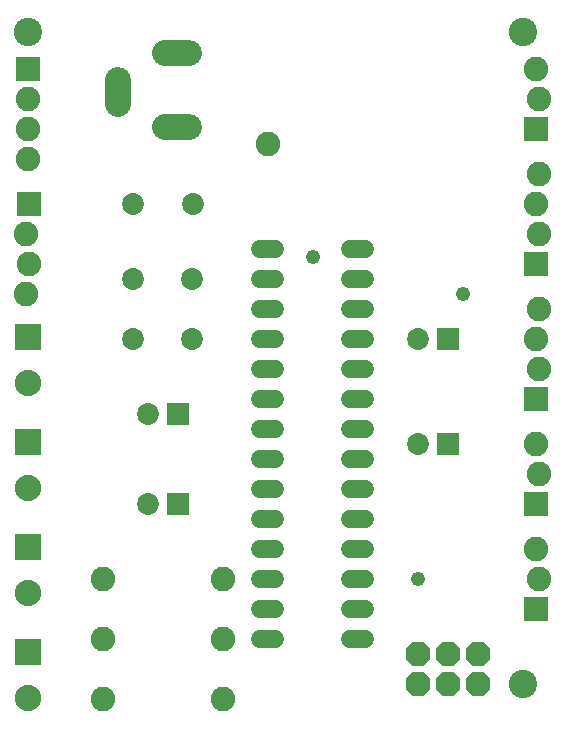
<source format=gbs>
G75*
%MOIN*%
%OFA0B0*%
%FSLAX25Y25*%
%IPPOS*%
%LPD*%
%AMOC8*
5,1,8,0,0,1.08239X$1,22.5*
%
%ADD10C,0.09461*%
%ADD11C,0.06000*%
%ADD12C,0.08674*%
%ADD13R,0.08800X0.08800*%
%ADD14C,0.08800*%
%ADD15C,0.08200*%
%ADD16R,0.08200X0.08200*%
%ADD17C,0.07300*%
%ADD18R,0.07300X0.07300*%
%ADD19OC8,0.08200*%
%ADD20C,0.04800*%
D10*
X0210619Y0041367D03*
X0210619Y0258867D03*
X0045619Y0258867D03*
D11*
X0123019Y0186367D02*
X0128219Y0186367D01*
X0128219Y0176367D02*
X0123019Y0176367D01*
X0123019Y0166367D02*
X0128219Y0166367D01*
X0128219Y0156367D02*
X0123019Y0156367D01*
X0123019Y0146367D02*
X0128219Y0146367D01*
X0128219Y0136367D02*
X0123019Y0136367D01*
X0123019Y0126367D02*
X0128219Y0126367D01*
X0128219Y0116367D02*
X0123019Y0116367D01*
X0123019Y0106367D02*
X0128219Y0106367D01*
X0128219Y0096367D02*
X0123019Y0096367D01*
X0123019Y0086367D02*
X0128219Y0086367D01*
X0128219Y0076367D02*
X0123019Y0076367D01*
X0123019Y0066367D02*
X0128219Y0066367D01*
X0128219Y0056367D02*
X0123019Y0056367D01*
X0153019Y0056367D02*
X0158219Y0056367D01*
X0158219Y0066367D02*
X0153019Y0066367D01*
X0153019Y0076367D02*
X0158219Y0076367D01*
X0158219Y0086367D02*
X0153019Y0086367D01*
X0153019Y0096367D02*
X0158219Y0096367D01*
X0158219Y0106367D02*
X0153019Y0106367D01*
X0153019Y0116367D02*
X0158219Y0116367D01*
X0158219Y0126367D02*
X0153019Y0126367D01*
X0153019Y0136367D02*
X0158219Y0136367D01*
X0158219Y0146367D02*
X0153019Y0146367D01*
X0153019Y0156367D02*
X0158219Y0156367D01*
X0158219Y0166367D02*
X0153019Y0166367D01*
X0153019Y0176367D02*
X0158219Y0176367D01*
X0158219Y0186367D02*
X0153019Y0186367D01*
D12*
X0099398Y0227036D02*
X0091524Y0227036D01*
X0075776Y0234910D02*
X0075776Y0242784D01*
X0091524Y0251839D02*
X0099398Y0251839D01*
D13*
X0045619Y0157067D03*
X0045619Y0122067D03*
X0045619Y0087067D03*
X0045619Y0052067D03*
D14*
X0045619Y0036887D03*
X0045619Y0071887D03*
X0045619Y0106887D03*
X0045619Y0141887D03*
D15*
X0045119Y0171367D03*
X0046119Y0181367D03*
X0045119Y0191367D03*
X0045619Y0216367D03*
X0045619Y0226367D03*
X0045619Y0236367D03*
X0125619Y0221367D03*
X0215119Y0201367D03*
X0216119Y0211367D03*
X0216119Y0191367D03*
X0216119Y0166367D03*
X0215119Y0156367D03*
X0216119Y0146367D03*
X0215119Y0121367D03*
X0216119Y0111367D03*
X0215119Y0086367D03*
X0216119Y0076367D03*
X0110619Y0076367D03*
X0110619Y0056367D03*
X0110619Y0036367D03*
X0070619Y0036367D03*
X0070619Y0056367D03*
X0070619Y0076367D03*
X0215119Y0246367D03*
X0216119Y0236367D03*
D16*
X0215119Y0226367D03*
X0215119Y0181367D03*
X0215119Y0136367D03*
X0215119Y0101367D03*
X0215119Y0066367D03*
X0046119Y0201367D03*
X0045619Y0246367D03*
D17*
X0080619Y0201367D03*
X0100619Y0201367D03*
X0100461Y0176367D03*
X0100461Y0156367D03*
X0080776Y0156367D03*
X0080776Y0176367D03*
X0085619Y0131367D03*
X0085619Y0101367D03*
X0175619Y0121367D03*
X0175619Y0156367D03*
D18*
X0185619Y0156367D03*
X0185619Y0121367D03*
X0095619Y0131367D03*
X0095619Y0101367D03*
D19*
X0175619Y0051367D03*
X0185619Y0051367D03*
X0195619Y0051367D03*
X0195619Y0041367D03*
X0185619Y0041367D03*
X0175619Y0041367D03*
D20*
X0175619Y0076367D03*
X0190619Y0171367D03*
X0140619Y0183867D03*
M02*

</source>
